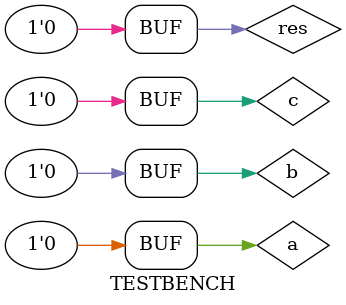
<source format=v>
module TESTBENCH;
    reg a, b, c;
    wire res;

    or OR1 (res, a, b, c);
    initial begin
        a = 1'b0; b = 1'b0; c = 1'b0;
        $monitor($time, "RES = %b", res);
    end
endmodule
</source>
